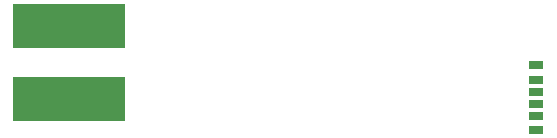
<source format=gbp>
G04*
G04 #@! TF.GenerationSoftware,Altium Limited,Altium Designer,22.2.1 (43)*
G04*
G04 Layer_Color=128*
%FSLAX23Y23*%
%MOIN*%
G70*
G04*
G04 #@! TF.SameCoordinates,8410DD60-BE5F-4665-B969-63B9D7D5DCD7*
G04*
G04*
G04 #@! TF.FilePolarity,Positive*
G04*
G01*
G75*
%ADD72R,0.047X0.028*%
%ADD73R,0.047X0.030*%
%ADD74R,0.047X0.031*%
%ADD75R,0.374X0.148*%
D72*
X2132Y1055D02*
D03*
Y1015D02*
D03*
D73*
Y975D02*
D03*
Y1095D02*
D03*
D74*
Y927D02*
D03*
Y1143D02*
D03*
D75*
X575Y1029D02*
D03*
Y1275D02*
D03*
M02*

</source>
